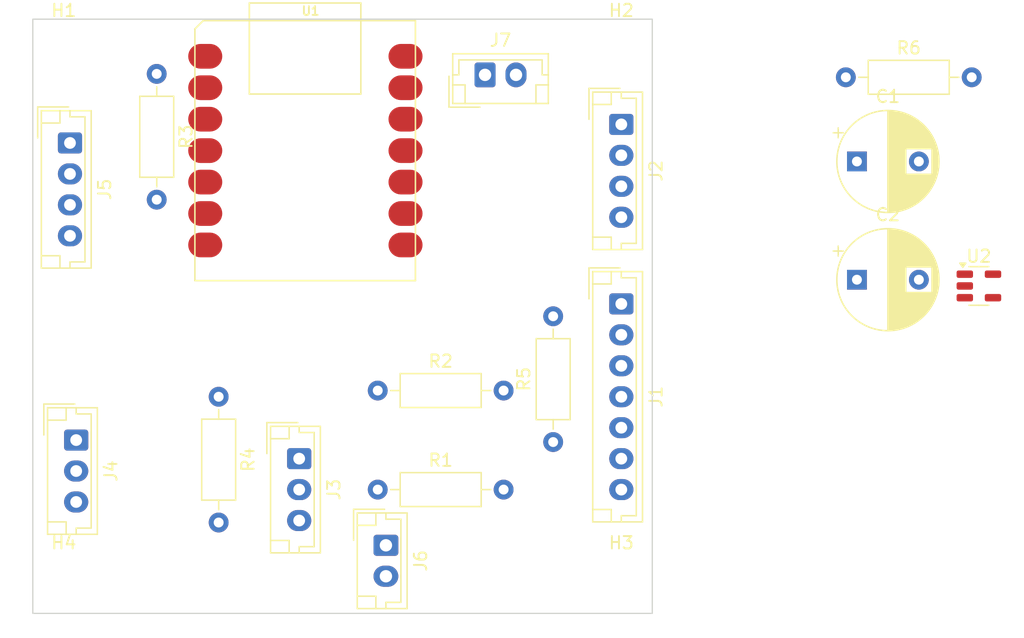
<source format=kicad_pcb>
(kicad_pcb (version 20240108) (generator "pcbnew") (generator_version "8.0")
  (layers (0 "F.Cu" signal) (31 "B.Cu" signal) (34 "B.Paste" user) (35 "F.Paste" user) (36 "B.SilkS" user "B.Silkscreen") (37 "F.SilkS" user "F.Silkscreen") (38 "B.Mask" user) (39 "F.Mask" user) (44 "Edge.Cuts" user))
  (net 0 "")
  (net 2 "Net-(J1-Pin_5)")
  (net 3 "Net-(J1-Pin_7)")
  (net 4 "Net-(J1-Pin_6)")
  (net 5 "Net-(J1-Pin_4)")
  (net 6 "+3.3V")
  (net 7 "+5V")
  (net 8 "GND")
  (net 9 "Net-(J5-Pin_3)")
  (net 10 "Net-(J5-Pin_4)")
  (net 11 "Net-(J3-Pin_3)")
  (net 12 "Net-(U1-PA02_A0_D0)")
  (net 13 "Net-(U1-PA4_A1_D1)")
  (net 14 "Net-(J2-Pin_3)")
  (net 15 "Net-(J2-Pin_4)")
  (net 16 "Net-(U1-3V3)")
  (net 18 "Net-(J7-Pin_1)")
  (net 19 "Net-(U1-PA10_A2_D2)")
  (footprint "Capacitor_THT:CP_Radial_D8.0mm_P5.00mm" (layer "F.Cu") (at 172.017198 100.545)
    (property "Reference" "C2" (at 2.5 -5.25 0) (layer "F.SilkS"))
    (property "Value" "C_Polarized")
    (pad "1" thru_hole rect (at 0 0) (size 1.6 1.6) (drill 0.8) (layers "*.Cu" "*.Mask") (net 6 "+3.3V"))
    (pad "2" thru_hole circle (at 5 0) (size 1.6 1.6) (drill 0.8) (layers "*.Cu" "*.Mask") (net 8 "GND"))
  )
  (footprint "Connector_JST:JST_EH_B2B-EH-A_1x02_P2.50mm_Vertical" (layer "F.Cu") (at 134 122 -90)
    (property "Reference" "J6" (at 1.25 -2.8 90) (layer "F.SilkS"))
    (property "Value" "Conn_01x02_Pin")
    (pad "1" thru_hole roundrect (at 0 0 270) (size 1.7 2) (drill 1) (layers "*.Cu" "*.Mask") (roundrect_rratio 0.147059) (net 5 "Net-(J1-Pin_4)"))
    (pad "2" thru_hole oval (at 2.5 0 270) (size 1.7 2) (drill 1) (layers "*.Cu" "*.Mask") (net 11 "Net-(J3-Pin_3)"))
  )
  (footprint "Connector_JST:JST_EH_B3B-EH-A_1x03_P2.50mm_Vertical" (layer "F.Cu") (at 109 113.5 -90)
    (property "Reference" "J4" (at 2.5 -2.8 90) (layer "F.SilkS"))
    (property "Value" "Conn_01x03_Pin")
    (pad "1" thru_hole roundrect (at 0 0 270) (size 1.7 1.95) (drill 0.95) (layers "*.Cu" "*.Mask") (roundrect_rratio 0.147059) (net 6 "+3.3V"))
    (pad "2" thru_hole oval (at 2.5 0 270) (size 1.7 1.95) (drill 0.95) (layers "*.Cu" "*.Mask") (net 8 "GND"))
    (pad "3" thru_hole oval (at 5 0 270) (size 1.7 1.95) (drill 0.95) (layers "*.Cu" "*.Mask") (net 3 "Net-(J1-Pin_7)"))
  )
  (footprint "Connector_JST:JST_EH_B4B-EH-A_1x04_P2.50mm_Vertical" (layer "F.Cu") (at 153 88 -90)
    (property "Reference" "J2" (at 3.75 -2.8 90) (layer "F.SilkS"))
    (property "Value" "Conn_01x04_Pin")
    (pad "1" thru_hole roundrect (at 0 0 270) (size 1.7 1.95) (drill 0.95) (layers "*.Cu" "*.Mask") (roundrect_rratio 0.147059) (net 7 "+5V"))
    (pad "2" thru_hole oval (at 2.5 0 270) (size 1.7 1.95) (drill 0.95) (layers "*.Cu" "*.Mask") (net 8 "GND"))
    (pad "3" thru_hole oval (at 5 0 270) (size 1.7 1.95) (drill 0.95) (layers "*.Cu" "*.Mask") (net 14 "Net-(J2-Pin_3)"))
    (pad "4" thru_hole oval (at 7.5 0 270) (size 1.7 1.95) (drill 0.95) (layers "*.Cu" "*.Mask") (net 15 "Net-(J2-Pin_4)"))
  )
  (footprint "Resistor_THT:R_Axial_DIN0207_L6.3mm_D2.5mm_P10.16mm_Horizontal" (layer "F.Cu") (at 115.5 83.92 -90)
    (property "Reference" "R3" (at 5.08 -2.37 90) (layer "F.SilkS"))
    (property "Value" "2k2")
    (pad "1" thru_hole circle (at 0 0 270) (size 1.6 1.6) (drill 0.8) (layers "*.Cu" "*.Mask") (net 12 "Net-(U1-PA02_A0_D0)"))
    (pad "2" thru_hole oval (at 10.16 0 270) (size 1.6 1.6) (drill 0.8) (layers "*.Cu" "*.Mask") (net 5 "Net-(J1-Pin_4)"))
  )
  (footprint "MountingHole:MountingHole_2.2mm_M2" (layer "F.Cu") (at 108 125)
    (property "Reference" "H4" (at 0 -3.2 0) (layer "F.SilkS"))
    (property "Value" "MountingHole")
    (pad "" np_thru_hole circle (at 0 0) (size 2.2 2.2) (drill 2.2) (layers "*.Cu" "*.Mask"))
  )
  (footprint "esp32:MOUDLE14P-SMD-2.54-21X17.8MM" (layer "F.Cu") (at 118.5825 100.61925)
    (property "Reference" "U1" (at 9.3345 -21.7805 0) (layer "F.SilkS") (effects (font (size 0.7 0.7))))
    (property "Value" "MOUDLE-SEEEDUINO-XIAO-ESP32C3")
    (pad "1" smd roundrect (at 0.835 -18.12) (size 2.75 2) (layers "F.Cu" "F.Paste" "F.Mask") (roundrect_rratio 0.5) (net 12 "Net-(U1-PA02_A0_D0)"))
    (pad "2" smd roundrect (at 0.835 -15.58) (size 2.75 2) (layers "F.Cu" "F.Paste" "F.Mask") (roundrect_rratio 0.5) (net 13 "Net-(U1-PA4_A1_D1)"))
    (pad "3" smd roundrect (at 0.835 -13.04) (size 2.75 2) (layers "F.Cu" "F.Paste" "F.Mask") (roundrect_rratio 0.5) (net 19 "Net-(U1-PA10_A2_D2)"))
    (pad "4" smd roundrect (at 0.835 -10.5) (size 2.75 2) (layers "F.Cu" "F.Paste" "F.Mask") (roundrect_rratio 0.5))
    (pad "5" smd roundrect (at 0.835 -7.96) (size 2.75 2) (layers "F.Cu" "F.Paste" "F.Mask") (roundrect_rratio 0.5) (net 9 "Net-(J5-Pin_3)"))
    (pad "6" smd roundrect (at 0.835 -5.42) (size 2.75 2) (layers "F.Cu" "F.Paste" "F.Mask") (roundrect_rratio 0.5) (net 10 "Net-(J5-Pin_4)"))
    (pad "7" smd roundrect (at 0.835 -2.88) (size 2.75 2) (layers "F.Cu" "F.Paste" "F.Mask") (roundrect_rratio 0.5) (net 4 "Net-(J1-Pin_6)"))
    (pad "8" smd roundrect (at 17 -2.88) (size 2.75 2) (layers "F.Cu" "F.Paste" "F.Mask") (roundrect_rratio 0.5) (net 2 "Net-(J1-Pin_5)"))
    (pad "9" smd roundrect (at 17 -5.42) (size 2.75 2) (layers "F.Cu" "F.Paste" "F.Mask") (roundrect_rratio 0.5) (net 15 "Net-(J2-Pin_4)"))
    (pad "10" smd roundrect (at 17 -7.96) (size 2.75 2) (layers "F.Cu" "F.Paste" "F.Mask") (roundrect_rratio 0.5))
    (pad "11" smd roundrect (at 17 -10.5) (size 2.75 2) (layers "F.Cu" "F.Paste" "F.Mask") (roundrect_rratio 0.5) (net 14 "Net-(J2-Pin_3)"))
    (pad "12" smd roundrect (at 17 -13.04) (size 2.75 2) (layers "F.Cu" "F.Paste" "F.Mask") (roundrect_rratio 0.5) (net 16 "Net-(U1-3V3)"))
    (pad "13" smd roundrect (at 17 -15.58) (size 2.75 2) (layers "F.Cu" "F.Paste" "F.Mask") (roundrect_rratio 0.5) (net 8 "GND"))
    (pad "14" smd roundrect (at 17 -18.12) (size 2.75 2) (layers "F.Cu" "F.Paste" "F.Mask") (roundrect_rratio 0.5) (net 7 "+5V"))
  )
  (footprint "MountingHole:MountingHole_2.2mm_M2" (layer "F.Cu") (at 153 82)
    (property "Reference" "H2" (at 0 -3.2 0) (layer "F.SilkS"))
    (property "Value" "MountingHole")
    (pad "" np_thru_hole circle (at 0 0) (size 2.2 2.2) (drill 2.2) (layers "*.Cu" "*.Mask"))
  )
  (footprint "Resistor_THT:R_Axial_DIN0207_L6.3mm_D2.5mm_P10.16mm_Horizontal" (layer "F.Cu") (at 120.5 110 -90)
    (property "Reference" "R4" (at 5.08 -2.37 90) (layer "F.SilkS"))
    (property "Value" "2k2")
    (pad "1" thru_hole circle (at 0 0 270) (size 1.6 1.6) (drill 0.8) (layers "*.Cu" "*.Mask") (net 13 "Net-(U1-PA4_A1_D1)"))
    (pad "2" thru_hole oval (at 10.16 0 270) (size 1.6 1.6) (drill 0.8) (layers "*.Cu" "*.Mask") (net 3 "Net-(J1-Pin_7)"))
  )
  (footprint "Package_TO_SOT_SMD:SOT-23-5" (layer "F.Cu") (at 181.8625 101.05)
    (property "Reference" "U2" (at 0 -2.4 0) (layer "F.SilkS"))
    (property "Value" "INA180A4")
    (pad "1" smd roundrect (at -1.1375 -0.95) (size 1.325 0.6) (layers "F.Cu" "F.Paste" "F.Mask") (net 19 "Net-(U1-PA10_A2_D2)"))
    (pad "2" smd roundrect (at -1.1375 0) (size 1.325 0.6) (layers "F.Cu" "F.Paste" "F.Mask") (net 8 "GND"))
    (pad "3" smd roundrect (at -1.1375 0.95) (size 1.325 0.6) (layers "F.Cu" "F.Paste" "F.Mask") (net 7 "+5V"))
    (pad "4" smd roundrect (at 1.1375 0.95) (size 1.325 0.6) (layers "F.Cu" "F.Paste" "F.Mask") (net 18 "Net-(J7-Pin_1)"))
    (pad "5" smd roundrect (at 1.1375 -0.95) (size 1.325 0.6) (layers "F.Cu" "F.Paste" "F.Mask") (net 6 "+3.3V"))
  )
  (footprint "MountingHole:MountingHole_2.2mm_M2" (layer "F.Cu") (at 108 82)
    (property "Reference" "H1" (at 0 -3.2 0) (layer "F.SilkS"))
    (property "Value" "MountingHole")
    (pad "" np_thru_hole circle (at 0 0) (size 2.2 2.2) (drill 2.2) (layers "*.Cu" "*.Mask"))
  )
  (footprint "Resistor_THT:R_Axial_DIN0207_L6.3mm_D2.5mm_P10.16mm_Horizontal" (layer "F.Cu") (at 133.34 117.5)
    (property "Reference" "R1" (at 5.08 -2.37 0) (layer "F.SilkS"))
    (property "Value" "18k")
    (pad "1" thru_hole circle (at 0 0) (size 1.6 1.6) (drill 0.8) (layers "*.Cu" "*.Mask") (net 8 "GND"))
    (pad "2" thru_hole oval (at 10.16 0) (size 1.6 1.6) (drill 0.8) (layers "*.Cu" "*.Mask") (net 5 "Net-(J1-Pin_4)"))
  )
  (footprint "Connector_JST:JST_EH_B4B-EH-A_1x04_P2.50mm_Vertical" (layer "F.Cu") (at 108.5 89.5 -90)
    (property "Reference" "J5" (at 3.75 -2.8 90) (layer "F.SilkS"))
    (property "Value" "Conn_01x04_Pin")
    (pad "1" thru_hole roundrect (at 0 0 270) (size 1.7 1.95) (drill 0.95) (layers "*.Cu" "*.Mask") (roundrect_rratio 0.147059) (net 8 "GND"))
    (pad "2" thru_hole oval (at 2.5 0 270) (size 1.7 1.95) (drill 0.95) (layers "*.Cu" "*.Mask") (net 7 "+5V"))
    (pad "3" thru_hole oval (at 5 0 270) (size 1.7 1.95) (drill 0.95) (layers "*.Cu" "*.Mask") (net 9 "Net-(J5-Pin_3)"))
    (pad "4" thru_hole oval (at 7.5 0 270) (size 1.7 1.95) (drill 0.95) (layers "*.Cu" "*.Mask") (net 10 "Net-(J5-Pin_4)"))
  )
  (footprint "Resistor_THT:R_Axial_DIN0207_L6.3mm_D2.5mm_P10.16mm_Horizontal" (layer "F.Cu") (at 171.1225 84.195)
    (property "Reference" "R6" (at 5.08 -2.37 0) (layer "F.SilkS"))
    (property "Value" "22")
    (pad "1" thru_hole circle (at 0 0) (size 1.6 1.6) (drill 0.8) (layers "*.Cu" "*.Mask") (net 7 "+5V"))
    (pad "2" thru_hole oval (at 10.16 0) (size 1.6 1.6) (drill 0.8) (layers "*.Cu" "*.Mask") (net 18 "Net-(J7-Pin_1)"))
  )
  (footprint "Resistor_THT:R_Axial_DIN0207_L6.3mm_D2.5mm_P10.16mm_Horizontal" (layer "F.Cu") (at 147.5 113.66 90)
    (property "Reference" "R5" (at 5.08 -2.37 -90) (layer "F.SilkS"))
    (property "Value" "22")
    (pad "1" thru_hole circle (at 0 0 90) (size 1.6 1.6) (drill 0.8) (layers "*.Cu" "*.Mask") (net 6 "+3.3V"))
    (pad "2" thru_hole oval (at 10.16 0 90) (size 1.6 1.6) (drill 0.8) (layers "*.Cu" "*.Mask") (net 16 "Net-(U1-3V3)"))
  )
  (footprint "Connector_JST:JST_EH_B7B-EH-A_1x07_P2.50mm_Vertical" (layer "F.Cu") (at 153 102.5 -90)
    (property "Reference" "J1" (at 7.5 -2.8 90) (layer "F.SilkS"))
    (property "Value" "Conn_01x07_Pin")
    (pad "1" thru_hole roundrect (at 0 0 270) (size 1.7 1.95) (drill 0.95) (layers "*.Cu" "*.Mask") (roundrect_rratio 0.147059) (net 7 "+5V"))
    (pad "2" thru_hole oval (at 2.5 0 270) (size 1.7 1.95) (drill 0.95) (layers "*.Cu" "*.Mask") (net 6 "+3.3V"))
    (pad "3" thru_hole oval (at 5 0 270) (size 1.7 1.95) (drill 0.95) (layers "*.Cu" "*.Mask") (net 8 "GND"))
    (pad "4" thru_hole oval (at 7.5 0 270) (size 1.7 1.95) (drill 0.95) (layers "*.Cu" "*.Mask") (net 5 "Net-(J1-Pin_4)"))
    (pad "5" thru_hole oval (at 10 0 270) (size 1.7 1.95) (drill 0.95) (layers "*.Cu" "*.Mask") (net 2 "Net-(J1-Pin_5)"))
    (pad "6" thru_hole oval (at 12.5 0 270) (size 1.7 1.95) (drill 0.95) (layers "*.Cu" "*.Mask") (net 4 "Net-(J1-Pin_6)"))
    (pad "7" thru_hole oval (at 15 0 270) (size 1.7 1.95) (drill 0.95) (layers "*.Cu" "*.Mask") (net 3 "Net-(J1-Pin_7)"))
  )
  (footprint "Capacitor_THT:CP_Radial_D8.0mm_P5.00mm" (layer "F.Cu") (at 172.017198 90.995)
    (property "Reference" "C1" (at 2.5 -5.25 0) (layer "F.SilkS"))
    (property "Value" "C_Polarized")
    (pad "1" thru_hole rect (at 0 0) (size 1.6 1.6) (drill 0.8) (layers "*.Cu" "*.Mask") (net 7 "+5V"))
    (pad "2" thru_hole circle (at 5 0) (size 1.6 1.6) (drill 0.8) (layers "*.Cu" "*.Mask") (net 8 "GND"))
  )
  (footprint "Resistor_THT:R_Axial_DIN0207_L6.3mm_D2.5mm_P10.16mm_Horizontal" (layer "F.Cu") (at 133.34 109.5)
    (property "Reference" "R2" (at 5.08 -2.37 0) (layer "F.SilkS"))
    (property "Value" "18k")
    (pad "1" thru_hole circle (at 0 0) (size 1.6 1.6) (drill 0.8) (layers "*.Cu" "*.Mask") (net 11 "Net-(J3-Pin_3)"))
    (pad "2" thru_hole oval (at 10.16 0) (size 1.6 1.6) (drill 0.8) (layers "*.Cu" "*.Mask") (net 6 "+3.3V"))
  )
  (footprint "Connector_JST:JST_EH_B3B-EH-A_1x03_P2.50mm_Vertical" (layer "F.Cu") (at 127 115 -90)
    (property "Reference" "J3" (at 2.5 -2.8 90) (layer "F.SilkS"))
    (property "Value" "Conn_01x03_Pin")
    (pad "1" thru_hole roundrect (at 0 0 270) (size 1.7 1.95) (drill 0.95) (layers "*.Cu" "*.Mask") (roundrect_rratio 0.147059) (net 6 "+3.3V"))
    (pad "2" thru_hole oval (at 2.5 0 270) (size 1.7 1.95) (drill 0.95) (layers "*.Cu" "*.Mask") (net 8 "GND"))
    (pad "3" thru_hole oval (at 5 0 270) (size 1.7 1.95) (drill 0.95) (layers "*.Cu" "*.Mask") (net 11 "Net-(J3-Pin_3)"))
  )
  (footprint "MountingHole:MountingHole_2.2mm_M2" (layer "F.Cu") (at 153 125)
    (property "Reference" "H3" (at 0 -3.2 0) (layer "F.SilkS"))
    (property "Value" "MountingHole")
    (pad "" np_thru_hole circle (at 0 0) (size 2.2 2.2) (drill 2.2) (layers "*.Cu" "*.Mask"))
  )
  (footprint "Connector_JST:JST_EH_B2B-EH-A_1x02_P2.50mm_Vertical" (layer "F.Cu") (at 142 84)
    (property "Reference" "J7" (at 1.25 -2.8 0) (layer "F.SilkS"))
    (property "Value" "Conn_01x02_Pin")
    (pad "1" thru_hole roundrect (at 0 0) (size 1.7 2) (drill 1) (layers "*.Cu" "*.Mask") (roundrect_rratio 0.147059) (net 18 "Net-(J7-Pin_1)"))
    (pad "2" thru_hole oval (at 2.5 0) (size 1.7 2) (drill 1) (layers "*.Cu" "*.Mask") (net 8 "GND"))
  )
  (gr_rect (start 105.5 79.5) (end 155.5 127.5) (stroke (width 0.1)) (fill none) (layer "Edge.Cuts"))
)
</source>
